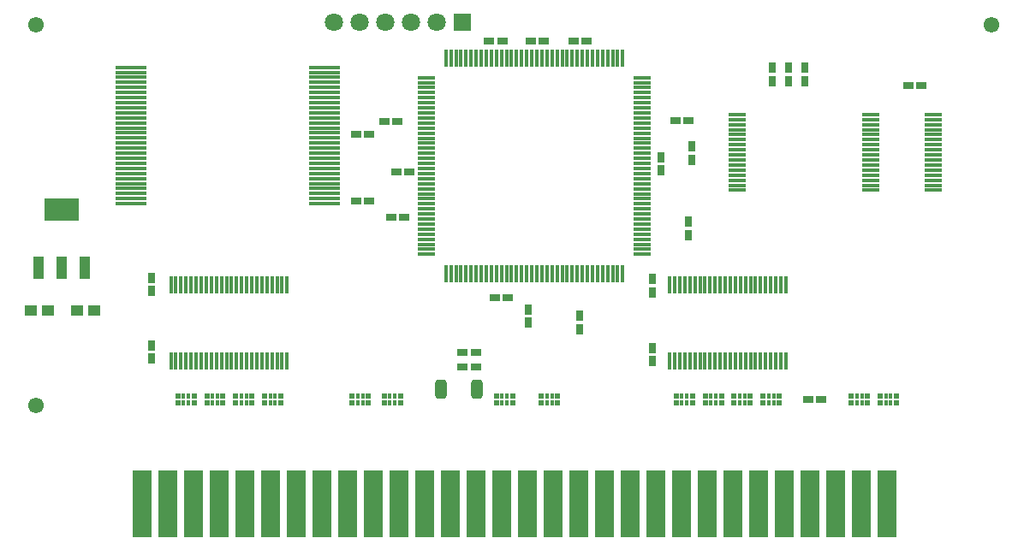
<source format=gbr>
G04 DipTrace 4.0.0.4*
G04 TopMask.gbr*
%MOIN*%
G04 #@! TF.FileFunction,Soldermask,Top*
G04 #@! TF.Part,Single*
%AMOUTLINE1*
4,1,28,
-0.010365,0.03622,
0.010365,0.03622,
0.013298,0.035834,
0.01615,0.034653,
0.0186,0.032773,
0.02048,0.030323,
0.021661,0.027471,
0.022047,0.024538,
0.022047,-0.024538,
0.021661,-0.027471,
0.02048,-0.030323,
0.0186,-0.032773,
0.01615,-0.034653,
0.013298,-0.035834,
0.010365,-0.03622,
-0.010365,-0.03622,
-0.013298,-0.035834,
-0.01615,-0.034653,
-0.0186,-0.032773,
-0.02048,-0.030323,
-0.021661,-0.027471,
-0.022047,-0.024538,
-0.022047,0.024538,
-0.021661,0.027471,
-0.02048,0.030323,
-0.0186,0.032773,
-0.01615,0.034653,
-0.013298,0.035834,
-0.010365,0.03622,
0*%
%AMOUTLINE4*
4,1,28,
0.010365,-0.03622,
-0.010365,-0.03622,
-0.013298,-0.035834,
-0.01615,-0.034653,
-0.0186,-0.032773,
-0.02048,-0.030323,
-0.021661,-0.027471,
-0.022047,-0.024538,
-0.022047,0.024538,
-0.021661,0.027471,
-0.02048,0.030323,
-0.0186,0.032773,
-0.01615,0.034653,
-0.013298,0.035834,
-0.010365,0.03622,
0.010365,0.03622,
0.013298,0.035834,
0.01615,0.034653,
0.0186,0.032773,
0.02048,0.030323,
0.021661,0.027471,
0.022047,0.024538,
0.022047,-0.024538,
0.021661,-0.027471,
0.02048,-0.030323,
0.0186,-0.032773,
0.01615,-0.034653,
0.013298,-0.035834,
0.010365,-0.03622,
0*%
%ADD22C,0.045354*%
%ADD23C,0.061102*%
%ADD45R,0.13189X0.088583*%
%ADD47R,0.041339X0.088583*%
%ADD49R,0.122047X0.015748*%
%ADD51R,0.066929X0.015748*%
%ADD53R,0.015748X0.066929*%
%ADD55R,0.015748X0.023622*%
%ADD57R,0.019685X0.023622*%
%ADD59C,0.070866*%
%ADD63R,0.070866X0.070866*%
%ADD65R,0.074803X0.259843*%
%ADD69R,0.031496X0.03937*%
%ADD71R,0.03937X0.031496*%
%ADD73R,0.047244X0.043307*%
%ADD81OUTLINE1*%
%ADD84OUTLINE4*%
%FSLAX26Y26*%
G04*
G70*
G90*
G75*
G01*
G04 TopMask*
%LPD*%
D73*
X545916Y1303076D3*
X478987D3*
X727165D3*
X660236D3*
D71*
X2213041Y1081201D3*
X2161860D3*
X3556791Y956201D3*
X3505610D3*
D69*
X3493701Y2196235D3*
Y2247416D3*
D71*
X2316167Y2353076D3*
X2264986D3*
X2427484D3*
X2478665D3*
X2644291D3*
X2593110D3*
X3896235Y2178075D3*
X3947416D3*
X2989984Y2043701D3*
X3041165D3*
X1906791Y2037451D3*
X1855610D3*
X1746235Y1987451D3*
X1797416D3*
D69*
X3053076Y1941167D3*
Y1889986D3*
X2934325Y1849360D3*
Y1900541D3*
D71*
X1953667Y1843701D3*
X1902486D3*
X1746235Y1728076D3*
X1797416D3*
X1934916Y1665576D3*
X1883735D3*
D69*
X3040576Y1647416D3*
Y1596235D3*
X949951Y1377881D3*
Y1429062D3*
X2899950Y1372978D3*
Y1424159D3*
D71*
X2286861Y1353076D3*
X2338042D3*
D69*
X2418701Y1306791D3*
Y1255610D3*
X2618701Y1281791D3*
Y1230610D3*
X949951Y1165769D3*
Y1114588D3*
X2899950Y1157298D3*
Y1106117D3*
D81*
X2077731Y996825D3*
D84*
X2215920D3*
D23*
X499951Y2415577D3*
D3*
D22*
D3*
D23*
X4221825D3*
D3*
D22*
D3*
D23*
X499950Y931201D3*
D3*
D22*
D3*
D65*
X912450Y549951D3*
X1012450D3*
X1112450D3*
X1212450D3*
X1312450D3*
X1412450D3*
X1512450D3*
X1612450D3*
X1712450D3*
X1812450D3*
X1912450D3*
X2012450D3*
X2112450D3*
X2212450D3*
X2312450D3*
X2412450D3*
X2512450D3*
X2612450D3*
X2712450D3*
X2812450D3*
X2912450D3*
X3012450D3*
X3112450D3*
X3212450D3*
X3312450D3*
X3412450D3*
X3512450D3*
X3612450D3*
X3712450D3*
X3812450D3*
D63*
X2159325Y2424950D3*
D59*
X2059325D3*
X1959325D3*
X1859325D3*
X1759325D3*
X1659325D3*
D69*
X3368701Y2196235D3*
Y2247416D3*
X3431189Y2196238D3*
Y2247419D3*
D71*
X2213041Y1137451D3*
X2161860D3*
D57*
X1052976Y970587D3*
D55*
X1074630D3*
X1094315D3*
D57*
X1115969D3*
X1052976Y943028D3*
D55*
X1074630D3*
X1094315D3*
D57*
X1115969D3*
X1165476Y970587D3*
D55*
X1187130D3*
X1206815D3*
D57*
X1228469D3*
X1165476Y943028D3*
D55*
X1187130D3*
X1206815D3*
D57*
X1228469D3*
X1277975Y970587D3*
D55*
X1299629D3*
X1319314D3*
D57*
X1340967D3*
X1277975Y943028D3*
D55*
X1299629D3*
X1319314D3*
D57*
X1340967D3*
X1390476Y970587D3*
D55*
X1412130D3*
X1431815D3*
D57*
X1453469D3*
X1390476Y943028D3*
D55*
X1412130D3*
X1431815D3*
D57*
X1453469D3*
X1730945Y970591D3*
D55*
X1752598D3*
X1772283D3*
D57*
X1793937D3*
X1730945Y943031D3*
D55*
X1752598D3*
X1772283D3*
D57*
X1793937D3*
X1855945Y970591D3*
D55*
X1877598D3*
X1897283D3*
D57*
X1918937D3*
X1855945Y943031D3*
D55*
X1877598D3*
X1897283D3*
D57*
X1918937D3*
X2293465Y970591D3*
D55*
X2315118D3*
X2334803D3*
D57*
X2356457D3*
X2293465Y943031D3*
D55*
X2315118D3*
X2334803D3*
D57*
X2356457D3*
X2468465Y970591D3*
D55*
X2490118D3*
X2509803D3*
D57*
X2531457D3*
X2468465Y943031D3*
D55*
X2490118D3*
X2509803D3*
D57*
X2531457D3*
X2993465Y970591D3*
D55*
X3015118D3*
X3034803D3*
D57*
X3056457D3*
X2993465Y943031D3*
D55*
X3015118D3*
X3034803D3*
D57*
X3056457D3*
X3105945Y970591D3*
D55*
X3127598D3*
X3147283D3*
D57*
X3168937D3*
X3105945Y943031D3*
D55*
X3127598D3*
X3147283D3*
D57*
X3168937D3*
X3218465Y970591D3*
D55*
X3240118D3*
X3259803D3*
D57*
X3281457D3*
X3218465Y943031D3*
D55*
X3240118D3*
X3259803D3*
D57*
X3281457D3*
X3330945Y970591D3*
D55*
X3352598D3*
X3372283D3*
D57*
X3393937D3*
X3330945Y943031D3*
D55*
X3352598D3*
X3372283D3*
D57*
X3393937D3*
X3674724Y970591D3*
D55*
X3696378D3*
X3716063D3*
D57*
X3737717D3*
X3674724Y943031D3*
D55*
X3696378D3*
X3716063D3*
D57*
X3737717D3*
X3787205Y970591D3*
D55*
X3808858D3*
X3828543D3*
D57*
X3850197D3*
X3787205Y943031D3*
D55*
X3808858D3*
X3828543D3*
D57*
X3850197D3*
D53*
X2785064Y2286836D3*
X2765379D3*
X2745694D3*
X2726009D3*
X2706324D3*
X2686639D3*
X2666954D3*
X2647269D3*
X2627584D3*
X2607899D3*
X2588214D3*
X2568529D3*
X2548844D3*
X2529159D3*
X2509474D3*
X2489789D3*
X2470104D3*
X2450419D3*
X2430734D3*
X2411049D3*
X2391364D3*
X2371678D3*
X2351993D3*
X2332308D3*
X2312623D3*
X2292938D3*
X2273253D3*
X2253568D3*
X2233883D3*
X2214198D3*
X2194513D3*
X2174828D3*
X2155143D3*
X2135458D3*
X2115773D3*
X2096088D3*
D51*
X2019316Y2210064D3*
Y2190379D3*
Y2170694D3*
Y2151009D3*
Y2131324D3*
Y2111639D3*
Y2091954D3*
Y2072269D3*
Y2052584D3*
Y2032899D3*
Y2013214D3*
Y1993529D3*
Y1973844D3*
Y1954159D3*
Y1934474D3*
Y1914789D3*
Y1895104D3*
Y1875419D3*
Y1855734D3*
Y1836049D3*
Y1816364D3*
Y1796678D3*
Y1776993D3*
Y1757308D3*
Y1737623D3*
Y1717938D3*
Y1698253D3*
Y1678568D3*
Y1658883D3*
Y1639198D3*
Y1619513D3*
Y1599828D3*
Y1580143D3*
Y1560458D3*
Y1540773D3*
Y1521088D3*
D53*
X2096088Y1444316D3*
X2115773D3*
X2135458D3*
X2155143D3*
X2174828D3*
X2194513D3*
X2214198D3*
X2233883D3*
X2253568D3*
X2273253D3*
X2292938D3*
X2312623D3*
X2332308D3*
X2351993D3*
X2371678D3*
X2391364D3*
X2411049D3*
X2430734D3*
X2450419D3*
X2470104D3*
X2489789D3*
X2509474D3*
X2529159D3*
X2548844D3*
X2568529D3*
X2588214D3*
X2607899D3*
X2627584D3*
X2647269D3*
X2666954D3*
X2686639D3*
X2706324D3*
X2726009D3*
X2745694D3*
X2765379D3*
X2785064D3*
D51*
X2861836Y1521088D3*
Y1540773D3*
Y1560458D3*
Y1580143D3*
Y1599828D3*
Y1619513D3*
Y1639198D3*
Y1658883D3*
Y1678568D3*
Y1698253D3*
Y1717938D3*
Y1737623D3*
Y1757308D3*
Y1776993D3*
Y1796678D3*
Y1816364D3*
Y1836049D3*
Y1855734D3*
Y1875419D3*
Y1895104D3*
Y1914789D3*
Y1934474D3*
Y1954159D3*
Y1973844D3*
Y1993529D3*
Y2013214D3*
Y2032899D3*
Y2052584D3*
Y2072269D3*
Y2091954D3*
Y2111639D3*
Y2131324D3*
Y2151009D3*
Y2170694D3*
Y2190379D3*
Y2210064D3*
D49*
X868874Y2250073D3*
Y2230388D3*
Y2210703D3*
Y2191018D3*
Y2171333D3*
Y2151648D3*
Y2131963D3*
Y2112278D3*
Y2092593D3*
Y2072908D3*
Y2053223D3*
Y2033538D3*
Y2013853D3*
Y1994168D3*
Y1974483D3*
Y1954798D3*
Y1935113D3*
Y1915428D3*
Y1895743D3*
Y1876058D3*
Y1856373D3*
Y1836688D3*
Y1817003D3*
Y1797318D3*
Y1777633D3*
Y1757948D3*
Y1738262D3*
Y1718577D3*
X1624780D3*
Y1738262D3*
Y1757948D3*
Y1777633D3*
Y1797318D3*
Y1817003D3*
Y1836688D3*
Y1856373D3*
Y1876058D3*
Y1895743D3*
Y1915428D3*
Y1935113D3*
Y1954798D3*
Y1974483D3*
Y1994168D3*
Y2013853D3*
Y2033538D3*
Y2053223D3*
Y2072908D3*
Y2092593D3*
Y2112278D3*
Y2131963D3*
Y2151648D3*
Y2171333D3*
Y2191018D3*
Y2210703D3*
Y2230388D3*
Y2250073D3*
D51*
X3229136Y2066211D3*
Y2046526D3*
Y2026841D3*
Y2007156D3*
Y1987471D3*
Y1967786D3*
Y1948101D3*
Y1928416D3*
Y1908731D3*
Y1889046D3*
Y1869361D3*
Y1849676D3*
Y1829991D3*
Y1810306D3*
Y1790621D3*
Y1770936D3*
X3748822D3*
Y1790621D3*
Y1810306D3*
Y1829991D3*
Y1849676D3*
Y1869361D3*
Y1889046D3*
Y1908731D3*
Y1928416D3*
Y1948101D3*
Y1967786D3*
Y1987471D3*
Y2007156D3*
Y2026841D3*
Y2046526D3*
Y2066211D3*
X3994885Y1770936D3*
Y1790621D3*
Y1810306D3*
Y1829991D3*
Y1849676D3*
Y1869361D3*
Y1889046D3*
Y1908731D3*
Y1928416D3*
Y1948101D3*
Y1967786D3*
Y1987471D3*
Y2007156D3*
Y2026841D3*
Y2046526D3*
Y2066211D3*
D47*
X509400Y1467980D3*
X599951D3*
X690503D3*
D45*
X599951Y1696327D3*
D53*
X1025556Y1106778D3*
X1045241D3*
X1064927D3*
X1084612D3*
X1104297D3*
X1123982D3*
X1143667D3*
X1163352D3*
X1183037D3*
X1202722D3*
X1222407D3*
X1242092D3*
X1261777D3*
X1281462D3*
X1301147D3*
X1320832D3*
X1340517D3*
X1360202D3*
X1379887D3*
X1399572D3*
X1419257D3*
X1438942D3*
X1458627D3*
X1478312D3*
Y1402054D3*
X1458627D3*
X1438942D3*
X1419257D3*
X1399572D3*
X1379887D3*
X1360202D3*
X1340517D3*
X1320832D3*
X1301147D3*
X1281462D3*
X1261777D3*
X1242092D3*
X1222407D3*
X1202722D3*
X1183037D3*
X1163352D3*
X1143667D3*
X1123982D3*
X1104297D3*
X1084612D3*
X1064927D3*
X1045241D3*
X1025556D3*
X2967323Y1106772D3*
X2987008D3*
X3006693D3*
X3026378D3*
X3046063D3*
X3065748D3*
X3085433D3*
X3105118D3*
X3124803D3*
X3144488D3*
X3164173D3*
X3183858D3*
X3203543D3*
X3223228D3*
X3242913D3*
X3262598D3*
X3282283D3*
X3301969D3*
X3321654D3*
X3341339D3*
X3361024D3*
X3380709D3*
X3400394D3*
X3420079D3*
Y1402047D3*
X3400394D3*
X3380709D3*
X3361024D3*
X3341339D3*
X3321654D3*
X3301969D3*
X3282283D3*
X3262598D3*
X3242913D3*
X3223228D3*
X3203543D3*
X3183858D3*
X3164173D3*
X3144488D3*
X3124803D3*
X3105118D3*
X3085433D3*
X3065748D3*
X3046063D3*
X3026378D3*
X3006693D3*
X2987008D3*
X2967323D3*
M02*

</source>
